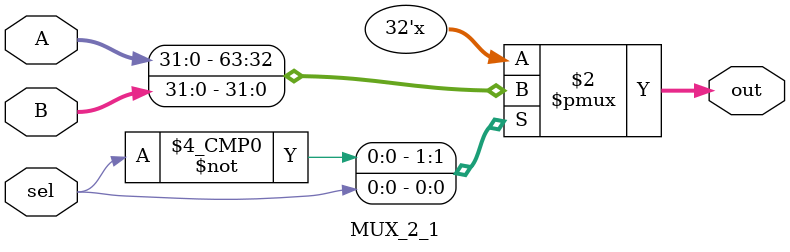
<source format=v>
`timescale 1ns / 1ps


module MUX_2_1(
input [31:0] A,B,input sel,output reg [31:0] out
    );
    always @(*) begin
        case (sel) 
            0: out = A;
            1: out = B;
        endcase
    end
endmodule

</source>
